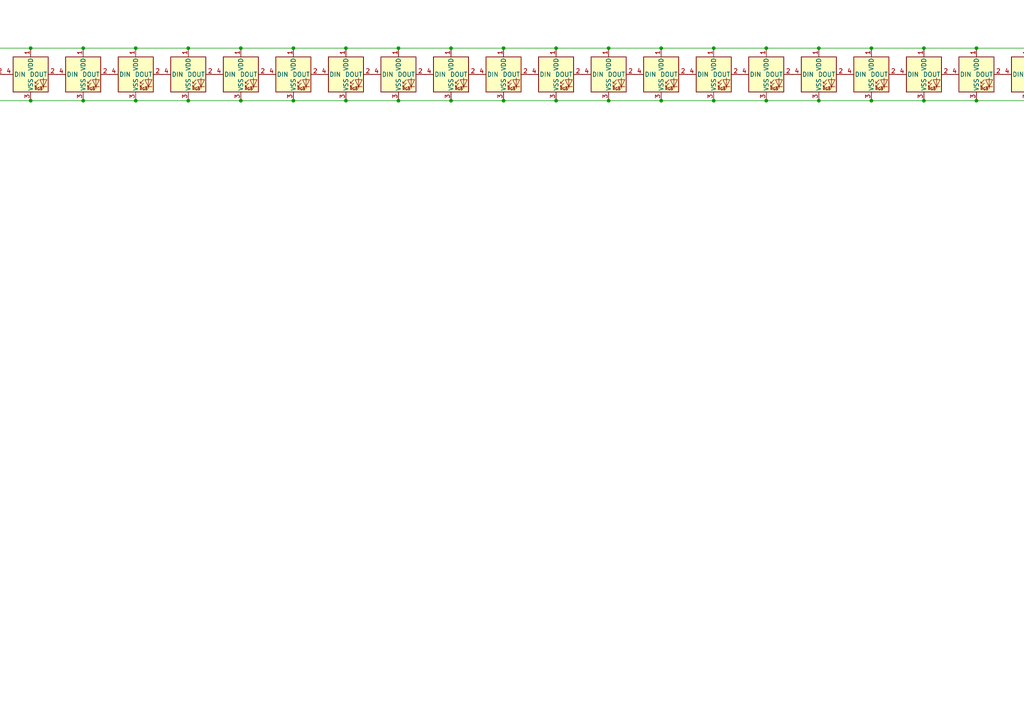
<source format=kicad_sch>
(kicad_sch (version 20231120) (generator "eeschema") (generator_version "8.0")
  (paper "A4")
  (lib_symbols
    (symbol "Connector:TestPoint" (pin_numbers hide) (pin_names (offset 0.762) hide)
      (property "Reference" "TP" (at 0 6.858 0))
      (property "Value" "TestPoint" (at 0 5.08 0))
      (symbol "TestPoint_0_1"
        (circle (center 0 3.302) (radius 0.762))
      )
      (symbol "TestPoint_1_1"
        (pin passive line (at 0 0 90) (length 2.54) (name "1") (number "1"))
      )
    )
    (symbol "Device:C" (pin_numbers hide) (pin_names (offset 0.254))
      (property "Reference" "C" (at 0.635 2.54 0))
      (property "Value" "C" (at 0.635 -2.54 0))
      (symbol "C_0_1"
        (polyline (pts (xy -2.032 -0.762) (xy 2.032 -0.762)) (stroke (width 0.508)))
        (polyline (pts (xy -2.032 0.762) (xy 2.032 0.762)) (stroke (width 0.508)))
      )
      (symbol "C_1_1"
        (pin passive line (at 0 3.81 270) (length 2.794) (name "~") (number "1"))
        (pin passive line (at 0 -3.81 90) (length 2.794) (name "~") (number "2"))
      )
    )
    (symbol "LED:WS2812B" (pin_names (offset 0.254))
      (property "Reference" "D" (at 5.08 5.715 0))
      (property "Value" "WS2812B" (at 1.27 -5.715 0))
      (symbol "WS2812B_0_0"
        (text "RGB" (at 2.286 -4.191 0) (effects (font (size 0.762 0.762))))
      )
      (symbol "WS2812B_0_1"
        (polyline (pts (xy 1.27 -3.556) (xy 1.778 -3.556)))
        (polyline (pts (xy 1.27 -2.54) (xy 1.778 -2.54)))
        (polyline (pts (xy 4.699 -3.556) (xy 2.667 -3.556)))
        (polyline (pts (xy 2.286 -2.54) (xy 1.27 -3.556) (xy 1.27 -3.048)))
        (polyline (pts (xy 2.286 -1.524) (xy 1.27 -2.54) (xy 1.27 -2.032)))
        (polyline (pts (xy 3.683 -1.016) (xy 3.683 -3.556) (xy 3.683 -4.064)))
        (polyline (pts (xy 4.699 -1.524) (xy 2.667 -1.524) (xy 3.683 -3.556) (xy 4.699 -1.524)))
        (rectangle (start 5.08 5.08) (end -5.08 -5.08) (stroke (width 0.254)) (fill (type background)))
      )
      (symbol "WS2812B_1_1"
        (pin power_in line (at 0 7.62 270) (length 2.54) (name "VDD") (number "1"))
        (pin output line (at 7.62 0 180) (length 2.54) (name "DOUT") (number "2"))
        (pin power_in line (at 0 -7.62 90) (length 2.54) (name "VSS") (number "3"))
        (pin input line (at -7.62 0 0) (length 2.54) (name "DIN") (number "4"))
      )
    )
    (symbol "power:+5V" (power) (pin_numbers hide) (pin_names (offset 0) hide)
      (property "Value" "+5V" (at 0 3.556 0))
      (symbol "+5V_0_1"
        (polyline (pts (xy -0.762 1.27) (xy 0 2.54)))
        (polyline (pts (xy 0 0) (xy 0 2.54)))
        (polyline (pts (xy 0 2.54) (xy 0.762 1.27)))
      )
      (symbol "+5V_1_1"
        (pin power_in line (at 0 0 90) (length 0) (name "~") (number "1"))
      )
    )
    (symbol "power:GND" (power) (pin_numbers hide) (pin_names (offset 0) hide)
      (property "Value" "GND" (at 0 -3.81 0))
      (symbol "GND_0_1"
        (polyline (pts (xy 0 0) (xy 0 -1.27) (xy 1.27 -1.27) (xy 0 -2.54) (xy -1.27 -1.27) (xy 0 -1.27)))
      )
      (symbol "GND_1_1"
        (pin power_in line (at 0 0 270) (length 0) (name "~") (number "1"))
      )
    )
  )
  (junction (at -52.07 29.21))
  (junction (at 191.77 13.97))
  (junction (at 267.97 13.97))
  (junction (at 100.33 13.97))
  (junction (at -318.77 13.97))
  (junction (at 8.89 13.97))
  (junction (at 283.21 13.97))
  (junction (at -6.35 13.97))
  (junction (at -204.47 29.21))
  (junction (at 405.13 29.21))
  (junction (at 542.29 29.21))
  (junction (at 130.81 29.21))
  (junction (at 374.65 13.97))
  (junction (at -67.31 29.21))
  (junction (at 176.53 29.21))
  (junction (at 420.37 29.21))
  (junction (at -280.67 13.97))
  (junction (at -36.83 29.21))
  (junction (at -173.99 13.97))
  (junction (at 207.01 29.21))
  (junction (at 344.17 29.21))
  (junction (at 344.17 13.97))
  (junction (at -82.55 29.21))
  (junction (at 85.09 13.97))
  (junction (at -143.51 29.21))
  (junction (at -158.75 13.97))
  (junction (at -158.75 29.21))
  (junction (at 588.01 29.21))
  (junction (at 146.05 29.21))
  (junction (at 69.85 13.97))
  (junction (at 313.69 29.21))
  (junction (at 24.13 29.21))
  (junction (at 328.93 29.21))
  (junction (at -234.95 13.97))
  (junction (at 359.41 29.21))
  (junction (at -313.69 29.21))
  (junction (at -219.71 13.97))
  (junction (at -295.91 29.21))
  (junction (at -67.31 13.97))
  (junction (at 633.73 29.21))
  (junction (at 466.09 29.21))
  (junction (at 176.53 13.97))
  (junction (at 161.29 29.21))
  (junction (at 648.97 13.97))
  (junction (at -280.67 29.21))
  (junction (at -21.59 29.21))
  (junction (at 115.57 13.97))
  (junction (at 252.73 29.21))
  (junction (at -36.83 13.97))
  (junction (at 511.81 13.97))
  (junction (at 207.01 13.97))
  (junction (at -265.43 13.97))
  (junction (at 222.25 29.21))
  (junction (at -128.27 13.97))
  (junction (at -97.79 13.97))
  (junction (at -318.7968 29.21))
  (junction (at 496.57 29.21))
  (junction (at 527.05 13.97))
  (junction (at 435.61 29.21))
  (junction (at 54.61 13.97))
  (junction (at 252.73 13.97))
  (junction (at 633.73 13.97))
  (junction (at 8.89 29.21))
  (junction (at 481.33 29.21))
  (junction (at 161.29 13.97))
  (junction (at 267.97 29.21))
  (junction (at 39.37 13.97))
  (junction (at 283.21 29.21))
  (junction (at 648.97 29.21))
  (junction (at -250.19 13.97))
  (junction (at 313.69 13.97))
  (junction (at 237.49 29.21))
  (junction (at -113.03 29.21))
  (junction (at 85.09 29.21))
  (junction (at -189.23 29.21))
  (junction (at -52.07 13.97))
  (junction (at -6.35 29.21))
  (junction (at 39.37 29.21))
  (junction (at 618.49 29.21))
  (junction (at -322.58 29.21))
  (junction (at -234.95 29.21))
  (junction (at -21.59 13.97))
  (junction (at 603.25 29.21))
  (junction (at -295.91 13.97))
  (junction (at 100.33 29.21))
  (junction (at 466.09 13.97))
  (junction (at 146.05 13.97))
  (junction (at 130.81 13.97))
  (junction (at 420.37 13.97))
  (junction (at -311.15 13.97))
  (junction (at 542.29 13.97))
  (junction (at -219.71 29.21))
  (junction (at -316.23 13.97))
  (junction (at 450.85 29.21))
  (junction (at -113.03 13.97))
  (junction (at 527.05 29.21))
  (junction (at -173.99 29.21))
  (junction (at -265.43 29.21))
  (junction (at 54.61 29.21))
  (junction (at 24.13 13.97))
  (junction (at 191.77 29.21))
  (junction (at 389.89 29.21))
  (junction (at 481.33 13.97))
  (junction (at 374.65 29.21))
  (junction (at -128.27 29.21))
  (junction (at -97.79 29.21))
  (junction (at 298.45 13.97))
  (junction (at -311.15 29.21))
  (junction (at 511.81 29.21))
  (junction (at 450.85 13.97))
  (junction (at -204.47 13.97))
  (junction (at -189.23 13.97))
  (junction (at 222.25 13.97))
  (junction (at 572.77 13.97))
  (junction (at 435.61 13.97))
  (junction (at 69.85 29.21))
  (junction (at 389.89 13.97))
  (junction (at -143.51 13.97))
  (junction (at 115.57 29.21))
  (junction (at 405.13 13.97))
  (junction (at 359.41 13.97))
  (junction (at -82.55 13.97))
  (junction (at 572.77 29.21))
  (junction (at 557.53 13.97))
  (junction (at 496.57 13.97))
  (junction (at 328.93 13.97))
  (junction (at 603.25 13.97))
  (junction (at 298.45 29.21))
  (junction (at 588.01 13.97))
  (junction (at 618.49 13.97))
  (junction (at 557.53 29.21))
  (junction (at -250.19 29.21))
  (junction (at 237.49 13.97))
  (wire (pts (xy -52.07 13.97) (xy -36.83 13.97)))
  (wire (pts (xy -265.43 13.97) (xy -250.19 13.97)))
  (wire (pts (xy 191.77 29.21) (xy 207.01 29.21)))
  (wire (pts (xy -143.51 13.97) (xy -128.27 13.97)))
  (wire (pts (xy 222.25 13.97) (xy 237.49 13.97)))
  (wire (pts (xy 344.17 13.97) (xy 359.41 13.97)))
  (wire (pts (xy 8.89 13.97) (xy 24.13 13.97)))
  (wire (pts (xy 527.05 13.97) (xy 542.29 13.97)))
  (wire (pts (xy -6.35 13.97) (xy 8.89 13.97)))
  (wire (pts (xy -311.15 13.97) (xy -295.91 13.97)))
  (wire (pts (xy -67.31 13.97) (xy -82.55 13.97)))
  (wire (pts (xy -128.27 29.21) (xy -113.03 29.21)))
  (wire (pts (xy 283.21 13.97) (xy 298.45 13.97)))
  (wire (pts (xy -97.79 13.97) (xy -82.55 13.97)))
  (wire (pts (xy -322.58 13.97) (xy -318.77 13.97)))
  (wire (pts (xy -311.15 29.21) (xy -295.91 29.21)))
  (wire (pts (xy -82.55 29.21) (xy -97.79 29.21)))
  (wire (pts (xy -21.59 13.97) (xy -6.35 13.97)))
  (wire (pts (xy 130.81 29.21) (xy 146.05 29.21)))
  (wire (pts (xy -189.23 29.21) (xy -204.47 29.21)))
  (wire (pts (xy -322.58 29.21) (xy -318.7968 29.21)))
  (wire (pts (xy 450.85 13.97) (xy 466.09 13.97)))
  (wire (pts (xy -313.69 29.21) (xy -311.15 29.21)))
  (wire (pts (xy -325.12 29.21) (xy -322.58 29.21)))
  (wire (pts (xy 283.21 29.21) (xy 298.45 29.21)))
  (wire (pts (xy 481.33 29.21) (xy 496.57 29.21)))
  (wire (pts (xy -143.51 29.21) (xy -128.27 29.21)))
  (wire (pts (xy 24.13 13.97) (xy 39.37 13.97)))
  (wire (pts (xy -67.31 13.97) (xy -52.07 13.97)))
  (wire (pts (xy -250.19 13.97) (xy -234.95 13.97)))
  (wire (pts (xy 527.05 29.21) (xy 542.29 29.21)))
  (wire (pts (xy 24.13 29.21) (xy 39.37 29.21)))
  (wire (pts (xy 130.81 13.97) (xy 146.05 13.97)))
  (wire (pts (xy -36.83 29.21) (xy -52.07 29.21)))
  (wire (pts (xy 100.33 29.21) (xy 85.09 29.21)))
  (wire (pts (xy -265.43 29.21) (xy -250.19 29.21)))
  (wire (pts (xy -318.77 13.97) (xy -316.23 13.97)))
  (wire (pts (xy 374.65 13.97) (xy 389.89 13.97)))
  (wire (pts (xy 572.77 13.97) (xy 588.01 13.97)))
  (wire (pts (xy -128.27 13.97) (xy -113.03 13.97)))
  (wire (pts (xy 588.01 13.97) (xy 603.25 13.97)))
  (wire (pts (xy 511.81 29.21) (xy 496.57 29.21)))
  (wire (pts (xy 633.73 13.97) (xy 648.97 13.97)))
  (wire (pts (xy -21.59 29.21) (xy -36.83 29.21)))
  (wire (pts (xy 557.53 29.21) (xy 542.29 29.21)))
  (wire (pts (xy -158.75 13.97) (xy -143.51 13.97)))
  (wire (pts (xy -318.7968 29.21) (xy -313.69 29.21)))
  (wire (pts (xy 69.85 29.21) (xy 85.09 29.21)))
  (wire (pts (xy 344.17 29.21) (xy 328.93 29.21)))
  (wire (pts (xy 100.33 13.97) (xy 115.57 13.97)))
  (wire (pts (xy -6.35 29.21) (xy -21.59 29.21)))
  (wire (pts (xy 328.93 13.97) (xy 344.17 13.97)))
  (wire (pts (xy -316.23 13.97) (xy -311.15 13.97)))
  (wire (pts (xy -52.07 29.21) (xy -67.31 29.21)))
  (wire (pts (xy 435.61 13.97) (xy 450.85 13.97)))
  (wire (pts (xy 267.97 13.97) (xy 283.21 13.97)))
  (wire (pts (xy 176.53 13.97) (xy 161.29 13.97)))
  (wire (pts (xy 389.89 29.21) (xy 405.13 29.21)))
  (wire (pts (xy 633.73 29.21) (xy 618.49 29.21)))
  (wire (pts (xy 511.81 29.21) (xy 527.05 29.21)))
  (wire (pts (xy -313.69 41.91) (xy -313.69 29.21)))
  (wire (pts (xy -6.35 29.21) (xy 8.89 29.21)))
  (wire (pts (xy 115.57 13.97) (xy 130.81 13.97)))
  (wire (pts (xy 466.09 29.21) (xy 481.33 29.21)))
  (wire (pts (xy 420.37 13.97) (xy 435.61 13.97)))
  (wire (pts (xy 603.25 29.21) (xy 618.49 29.21)))
  (wire (pts (xy 252.73 13.97) (xy 267.97 13.97)))
  (wire (pts (xy 542.29 13.97) (xy 557.53 13.97)))
  (wire (pts (xy 191.77 29.21) (xy 176.53 29.21)))
  (wire (pts (xy 54.61 13.97) (xy 69.85 13.97)))
  (wire (pts (xy -316.23 41.91) (xy -313.69 41.91)))
  (wire (pts (xy 389.89 13.97) (xy 405.13 13.97)))
  (wire (pts (xy 648.97 29.21) (xy 656.5632 29.21)))
  (wire (pts (xy 420.37 29.21) (xy 435.61 29.21)))
  (wire (pts (xy -173.99 13.97) (xy -158.75 13.97)))
  (wire (pts (xy 648.97 13.97) (xy 656.59 13.97)))
  (wire (pts (xy -250.19 29.21) (xy -234.95 29.21)))
  (wire (pts (xy -295.91 13.97) (xy -280.67 13.97)))
  (wire (pts (xy 207.01 29.21) (xy 222.25 29.21)))
  (wire (pts (xy -280.67 29.21) (xy -265.43 29.21)))
  (wire (pts (xy 69.85 13.97) (xy 85.09 13.97)))
  (wire (pts (xy 69.85 29.21) (xy 54.61 29.21)))
  (wire (pts (xy -234.95 29.21) (xy -219.71 29.21)))
  (wire (pts (xy 496.57 13.97) (xy 511.81 13.97)))
  (wire (pts (xy -173.99 29.21) (xy -189.23 29.21)))
  (wire (pts (xy -204.47 13.97) (xy -189.23 13.97)))
  (wire (pts (xy 420.37 13.97) (xy 405.13 13.97)))
  (wire (pts (xy -189.23 13.97) (xy -173.99 13.97)))
  (wire (pts (xy 313.69 13.97) (xy 328.93 13.97)))
  (wire (pts (xy 130.81 29.21) (xy 115.57 29.21)))
  (wire (pts (xy -219.71 29.21) (xy -204.47 29.21)))
  (wire (pts (xy 359.41 29.21) (xy 344.17 29.21)))
  (wire (pts (xy 191.77 13.97) (xy 207.01 13.97)))
  (wire (pts (xy 450.85 29.21) (xy 435.61 29.21)))
  (wire (pts (xy 420.37 29.21) (xy 405.13 29.21)))
  (wire (pts (xy 237.49 29.21) (xy 252.73 29.21)))
  (wire (pts (xy 252.73 29.21) (xy 267.97 29.21)))
  (wire (pts (xy -280.67 29.21) (xy -295.91 29.21)))
  (wire (pts (xy 588.01 29.21) (xy 603.25 29.21)))
  (wire (pts (xy 298.45 13.97) (xy 313.69 13.97)))
  (wire (pts (xy 267.97 29.21) (xy 283.21 29.21)))
  (wire (pts (xy 161.29 29.21) (xy 176.53 29.21)))
  (wire (pts (xy 85.09 13.97) (xy 100.33 13.97)))
  (wire (pts (xy 146.05 13.97) (xy 161.29 13.97)))
  (wire (pts (xy 633.73 29.21) (xy 648.97 29.21)))
  (wire (pts (xy 237.49 29.21) (xy 222.25 29.21)))
  (wire (pts (xy 557.53 13.97) (xy 572.77 13.97)))
  (wire (pts (xy 466.09 13.97) (xy 481.33 13.97)))
  (wire (pts (xy 176.53 13.97) (xy 191.77 13.97)))
  (wire (pts (xy 389.89 29.21) (xy 374.65 29.21)))
  (wire (pts (xy 511.81 13.97) (xy 527.05 13.97)))
  (wire (pts (xy 146.05 29.21) (xy 161.29 29.21)))
  (wire (pts (xy 24.13 29.21) (xy 8.89 29.21)))
  (wire (pts (xy -316.23 13.97) (xy -316.23 34.29)))
  (wire (pts (xy 359.41 13.97) (xy 374.65 13.97)))
  (wire (pts (xy 481.33 13.97) (xy 496.57 13.97)))
  (wire (pts (xy -113.03 29.21) (xy -97.79 29.21)))
  (wire (pts (xy -158.75 29.21) (xy -143.51 29.21)))
  (wire (pts (xy 450.85 29.21) (xy 466.09 29.21)))
  (wire (pts (xy -234.95 13.97) (xy -219.71 13.97)))
  (wire (pts (xy -82.55 29.21) (xy -67.31 29.21)))
  (wire (pts (xy -219.71 13.97) (xy -204.47 13.97)))
  (wire (pts (xy -173.99 29.21) (xy -158.75 29.21)))
  (wire (pts (xy 603.25 13.97) (xy 618.49 13.97)))
  (wire (pts (xy 115.57 29.21) (xy 100.33 29.21)))
  (wire (pts (xy 39.37 13.97) (xy 54.61 13.97)))
  (wire (pts (xy 618.49 13.97) (xy 633.73 13.97)))
  (wire (pts (xy 557.53 29.21) (xy 572.77 29.21)))
  (wire (pts (xy 237.49 13.97) (xy 252.73 13.97)))
  (wire (pts (xy -36.83 13.97) (xy -21.59 13.97)))
  (wire (pts (xy 374.65 29.21) (xy 359.41 29.21)))
  (wire (pts (xy 207.01 13.97) (xy 222.25 13.97)))
  (wire (pts (xy 572.77 29.21) (xy 588.01 29.21)))
  (wire (pts (xy 39.37 29.21) (xy 54.61 29.21)))
  (wire (pts (xy -280.67 13.97) (xy -265.43 13.97)))
  (wire (pts (xy -113.03 13.97) (xy -97.79 13.97)))
  (wire (pts (xy 313.69 29.21) (xy 298.45 29.21)))
  (wire (pts (xy 313.69 29.21) (xy 328.93 29.21)))
  (symbol (lib_id "LED:WS2812B") (at -173.99 21.59 0) (unit 1)
    (property "Reference" "D10" (effects (hide yes)))
    (property "Value" "WS2812B" (effects (hide yes)))
    (property "Footprint" "LED_SMD:LED_WS2812B_PLCC4_5.0x5.0mm_P3.2mm" (effects (hide yes)))
    (property "Datasheet" "https://cdn-shop.adafruit.com/datasheets/WS2812B.pdf" (effects (hide yes)))
    (property "Description" "RGB LED with integrated controller" (effects (hide yes)))
  )
  (symbol (lib_id "LED:WS2812B") (at 374.65 21.59 0) (unit 1)
    (property "Reference" "D46" (effects (hide yes)))
    (property "Value" "WS2812B" (effects (hide yes)))
    (property "Footprint" "LED_SMD:LED_WS2812B_PLCC4_5.0x5.0mm_P3.2mm" (effects (hide yes)))
    (property "Datasheet" "https://cdn-shop.adafruit.com/datasheets/WS2812B.pdf" (effects (hide yes)))
    (property "Description" "RGB LED with integrated controller" (effects (hide yes)))
  )
  (symbol (lib_id "Connector:TestPoint") (at -318.7968 29.21 0) (unit 1)
    (property "Reference" "TP3" (at -316.2568 24.6379 0) (effects (justify left)))
    (property "Value" "TestPoint" (at -316.2568 27.1779 0) (effects (justify left)))
    (property "Footprint" "Pegoku:TestPoint" (effects (hide yes)))
    (property "Description" "test point" (effects (hide yes)))
  )
  (symbol (lib_id "LED:WS2812B") (at 450.85 21.59 0) (unit 1)
    (property "Reference" "D51" (effects (hide yes)))
    (property "Value" "WS2812B" (effects (hide yes)))
    (property "Footprint" "LED_SMD:LED_WS2812B_PLCC4_5.0x5.0mm_P3.2mm" (effects (hide yes)))
    (property "Datasheet" "https://cdn-shop.adafruit.com/datasheets/WS2812B.pdf" (effects (hide yes)))
    (property "Description" "RGB LED with integrated controller" (effects (hide yes)))
  )
  (symbol (lib_id "LED:WS2812B") (at 527.05 21.59 0) (unit 1)
    (property "Reference" "D56" (effects (hide yes)))
    (property "Value" "WS2812B" (effects (hide yes)))
    (property "Footprint" "LED_SMD:LED_WS2812B_PLCC4_5.0x5.0mm_P3.2mm" (effects (hide yes)))
    (property "Datasheet" "https://cdn-shop.adafruit.com/datasheets/WS2812B.pdf" (effects (hide yes)))
    (property "Description" "RGB LED with integrated controller" (effects (hide yes)))
  )
  (symbol (lib_id "LED:WS2812B") (at -311.15 21.59 0) (unit 1)
    (property "Reference" "D1" (effects (hide yes)))
    (property "Value" "WS2812B" (effects (hide yes)))
    (property "Footprint" "LED_SMD:LED_WS2812B_PLCC4_5.0x5.0mm_P3.2mm" (effects (hide yes)))
    (property "Datasheet" "https://cdn-shop.adafruit.com/datasheets/WS2812B.pdf" (effects (hide yes)))
    (property "Description" "RGB LED with integrated controller" (effects (hide yes)))
  )
  (symbol (lib_id "LED:WS2812B") (at 8.89 21.59 0) (unit 1)
    (property "Reference" "D22" (effects (hide yes)))
    (property "Value" "WS2812B" (effects (hide yes)))
    (property "Footprint" "LED_SMD:LED_WS2812B_PLCC4_5.0x5.0mm_P3.2mm" (effects (hide yes)))
    (property "Datasheet" "https://cdn-shop.adafruit.com/datasheets/WS2812B.pdf" (effects (hide yes)))
    (property "Description" "RGB LED with integrated controller" (effects (hide yes)))
  )
  (symbol (lib_id "LED:WS2812B") (at -97.79 21.59 0) (unit 1)
    (property "Reference" "D15" (effects (hide yes)))
    (property "Value" "WS2812B" (effects (hide yes)))
    (property "Footprint" "LED_SMD:LED_WS2812B_PLCC4_5.0x5.0mm_P3.2mm" (effects (hide yes)))
    (property "Datasheet" "https://cdn-shop.adafruit.com/datasheets/WS2812B.pdf" (effects (hide yes)))
    (property "Description" "RGB LED with integrated controller" (effects (hide yes)))
  )
  (symbol (lib_id "LED:WS2812B") (at 633.73 21.59 0) (unit 1)
    (property "Reference" "D63" (effects (hide yes)))
    (property "Value" "WS2812B" (effects (hide yes)))
    (property "Footprint" "LED_SMD:LED_WS2812B_PLCC4_5.0x5.0mm_P3.2mm" (effects (hide yes)))
    (property "Datasheet" "https://cdn-shop.adafruit.com/datasheets/WS2812B.pdf" (effects (hide yes)))
    (property "Description" "RGB LED with integrated controller" (effects (hide yes)))
  )
  (symbol (lib_id "LED:WS2812B") (at -52.07 21.59 0) (unit 1)
    (property "Reference" "D18" (effects (hide yes)))
    (property "Value" "WS2812B" (effects (hide yes)))
    (property "Footprint" "LED_SMD:LED_WS2812B_PLCC4_5.0x5.0mm_P3.2mm" (effects (hide yes)))
    (property "Datasheet" "https://cdn-shop.adafruit.com/datasheets/WS2812B.pdf" (effects (hide yes)))
    (property "Description" "RGB LED with integrated controller" (effects (hide yes)))
  )
  (symbol (lib_id "Connector:TestPoint") (at 656.5632 29.21 0) (unit 1)
    (property "Reference" "TP4" (effects (hide yes)))
    (property "Value" "TestPoint" (effects (hide yes)))
    (property "Footprint" "Pegoku:TestPoint" (effects (hide yes)))
    (property "Description" "test point" (effects (hide yes)))
  )
  (symbol (lib_id "LED:WS2812B") (at -280.67 21.59 0) (unit 1)
    (property "Reference" "D3" (effects (hide yes)))
    (property "Value" "WS2812B" (effects (hide yes)))
    (property "Footprint" "LED_SMD:LED_WS2812B_PLCC4_5.0x5.0mm_P3.2mm" (effects (hide yes)))
    (property "Datasheet" "https://cdn-shop.adafruit.com/datasheets/WS2812B.pdf" (effects (hide yes)))
    (property "Description" "RGB LED with integrated controller" (effects (hide yes)))
  )
  (symbol (lib_id "LED:WS2812B") (at 298.45 21.59 0) (unit 1)
    (property "Reference" "D41" (effects (hide yes)))
    (property "Value" "WS2812B" (effects (hide yes)))
    (property "Footprint" "LED_SMD:LED_WS2812B_PLCC4_5.0x5.0mm_P3.2mm" (effects (hide yes)))
    (property "Datasheet" "https://cdn-shop.adafruit.com/datasheets/WS2812B.pdf" (effects (hide yes)))
    (property "Description" "RGB LED with integrated controller" (effects (hide yes)))
  )
  (symbol (lib_id "LED:WS2812B") (at -234.95 21.59 0) (unit 1)
    (property "Reference" "D6" (effects (hide yes)))
    (property "Value" "WS2812B" (effects (hide yes)))
    (property "Footprint" "LED_SMD:LED_WS2812B_PLCC4_5.0x5.0mm_P3.2mm" (effects (hide yes)))
    (property "Datasheet" "https://cdn-shop.adafruit.com/datasheets/WS2812B.pdf" (effects (hide yes)))
    (property "Description" "RGB LED with integrated controller" (effects (hide yes)))
  )
  (symbol (lib_id "LED:WS2812B") (at -113.03 21.59 0) (unit 1)
    (property "Reference" "D14" (effects (hide yes)))
    (property "Value" "WS2812B" (effects (hide yes)))
    (property "Footprint" "LED_SMD:LED_WS2812B_PLCC4_5.0x5.0mm_P3.2mm" (effects (hide yes)))
    (property "Datasheet" "https://cdn-shop.adafruit.com/datasheets/WS2812B.pdf" (effects (hide yes)))
    (property "Description" "RGB LED with integrated controller" (effects (hide yes)))
  )
  (symbol (lib_id "LED:WS2812B") (at 389.89 21.59 0) (unit 1)
    (property "Reference" "D47" (effects (hide yes)))
    (property "Value" "WS2812B" (effects (hide yes)))
    (property "Footprint" "LED_SMD:LED_WS2812B_PLCC4_5.0x5.0mm_P3.2mm" (effects (hide yes)))
    (property "Datasheet" "https://cdn-shop.adafruit.com/datasheets/WS2812B.pdf" (effects (hide yes)))
    (property "Description" "RGB LED with integrated controller" (effects (hide yes)))
  )
  (symbol (lib_id "LED:WS2812B") (at 252.73 21.59 0) (unit 1)
    (property "Reference" "D38" (effects (hide yes)))
    (property "Value" "WS2812B" (effects (hide yes)))
    (property "Footprint" "LED_SMD:LED_WS2812B_PLCC4_5.0x5.0mm_P3.2mm" (effects (hide yes)))
    (property "Datasheet" "https://cdn-shop.adafruit.com/datasheets/WS2812B.pdf" (effects (hide yes)))
    (property "Description" "RGB LED with integrated controller" (effects (hide yes)))
  )
  (symbol (lib_id "LED:WS2812B") (at -6.35 21.59 0) (unit 1)
    (property "Reference" "D21" (effects (hide yes)))
    (property "Value" "WS2812B" (effects (hide yes)))
    (property "Footprint" "LED_SMD:LED_WS2812B_PLCC4_5.0x5.0mm_P3.2mm" (effects (hide yes)))
    (property "Datasheet" "https://cdn-shop.adafruit.com/datasheets/WS2812B.pdf" (effects (hide yes)))
    (property "Description" "RGB LED with integrated controller" (effects (hide yes)))
  )
  (symbol (lib_id "LED:WS2812B") (at -82.55 21.59 0) (unit 1)
    (property "Reference" "D16" (effects (hide yes)))
    (property "Value" "WS2812B" (effects (hide yes)))
    (property "Footprint" "LED_SMD:LED_WS2812B_PLCC4_5.0x5.0mm_P3.2mm" (effects (hide yes)))
    (property "Datasheet" "https://cdn-shop.adafruit.com/datasheets/WS2812B.pdf" (effects (hide yes)))
    (property "Description" "RGB LED with integrated controller" (effects (hide yes)))
  )
  (symbol (lib_id "LED:WS2812B") (at -21.59 21.59 0) (unit 1)
    (property "Reference" "D20" (effects (hide yes)))
    (property "Value" "WS2812B" (effects (hide yes)))
    (property "Footprint" "LED_SMD:LED_WS2812B_PLCC4_5.0x5.0mm_P3.2mm" (effects (hide yes)))
    (property "Datasheet" "https://cdn-shop.adafruit.com/datasheets/WS2812B.pdf" (effects (hide yes)))
    (property "Description" "RGB LED with integrated controller" (effects (hide yes)))
  )
  (symbol (lib_id "LED:WS2812B") (at 359.41 21.59 0) (unit 1)
    (property "Reference" "D45" (effects (hide yes)))
    (property "Value" "WS2812B" (effects (hide yes)))
    (property "Footprint" "LED_SMD:LED_WS2812B_PLCC4_5.0x5.0mm_P3.2mm" (effects (hide yes)))
    (property "Datasheet" "https://cdn-shop.adafruit.com/datasheets/WS2812B.pdf" (effects (hide yes)))
    (property "Description" "RGB LED with integrated controller" (effects (hide yes)))
  )
  (symbol (lib_id "LED:WS2812B") (at 176.53 21.59 0) (unit 1)
    (property "Reference" "D33" (effects (hide yes)))
    (property "Value" "WS2812B" (effects (hide yes)))
    (property "Footprint" "LED_SMD:LED_WS2812B_PLCC4_5.0x5.0mm_P3.2mm" (effects (hide yes)))
    (property "Datasheet" "https://cdn-shop.adafruit.com/datasheets/WS2812B.pdf" (effects (hide yes)))
    (property "Description" "RGB LED with integrated controller" (effects (hide yes)))
  )
  (symbol (lib_id "LED:WS2812B") (at 85.09 21.59 0) (unit 1)
    (property "Reference" "D27" (effects (hide yes)))
    (property "Value" "WS2812B" (effects (hide yes)))
    (property "Footprint" "LED_SMD:LED_WS2812B_PLCC4_5.0x5.0mm_P3.2mm" (effects (hide yes)))
    (property "Datasheet" "https://cdn-shop.adafruit.com/datasheets/WS2812B.pdf" (effects (hide yes)))
    (property "Description" "RGB LED with integrated controller" (effects (hide yes)))
  )
  (symbol (lib_id "LED:WS2812B") (at 435.61 21.59 0) (unit 1)
    (property "Reference" "D50" (effects (hide yes)))
    (property "Value" "WS2812B" (effects (hide yes)))
    (property "Footprint" "LED_SMD:LED_WS2812B_PLCC4_5.0x5.0mm_P3.2mm" (effects (hide yes)))
    (property "Datasheet" "https://cdn-shop.adafruit.com/datasheets/WS2812B.pdf" (effects (hide yes)))
    (property "Description" "RGB LED with integrated controller" (effects (hide yes)))
  )
  (symbol (lib_id "LED:WS2812B") (at 130.81 21.59 0) (unit 1)
    (property "Reference" "D30" (effects (hide yes)))
    (property "Value" "WS2812B" (effects (hide yes)))
    (property "Footprint" "LED_SMD:LED_WS2812B_PLCC4_5.0x5.0mm_P3.2mm" (effects (hide yes)))
    (property "Datasheet" "https://cdn-shop.adafruit.com/datasheets/WS2812B.pdf" (effects (hide yes)))
    (property "Description" "RGB LED with integrated controller" (effects (hide yes)))
  )
  (symbol (lib_id "Connector:TestPoint") (at 656.59 21.59 0) (unit 1)
    (property "Reference" "TP6" (effects (hide yes)))
    (property "Value" "TestPoint" (effects (hide yes)))
    (property "Footprint" "Pegoku:TestPoint" (effects (hide yes)))
    (property "Description" "test point" (effects (hide yes)))
  )
  (symbol (lib_id "LED:WS2812B") (at 466.09 21.59 0) (unit 1)
    (property "Reference" "D52" (effects (hide yes)))
    (property "Value" "WS2812B" (effects (hide yes)))
    (property "Footprint" "LED_SMD:LED_WS2812B_PLCC4_5.0x5.0mm_P3.2mm" (effects (hide yes)))
    (property "Datasheet" "https://cdn-shop.adafruit.com/datasheets/WS2812B.pdf" (effects (hide yes)))
    (property "Description" "RGB LED with integrated controller" (effects (hide yes)))
  )
  (symbol (lib_id "LED:WS2812B") (at 557.53 21.59 0) (unit 1)
    (property "Reference" "D58" (effects (hide yes)))
    (property "Value" "WS2812B" (effects (hide yes)))
    (property "Footprint" "LED_SMD:LED_WS2812B_PLCC4_5.0x5.0mm_P3.2mm" (effects (hide yes)))
    (property "Datasheet" "https://cdn-shop.adafruit.com/datasheets/WS2812B.pdf" (effects (hide yes)))
    (property "Description" "RGB LED with integrated controller" (effects (hide yes)))
  )
  (symbol (lib_id "LED:WS2812B") (at 24.13 21.59 0) (unit 1)
    (property "Reference" "D23" (effects (hide yes)))
    (property "Value" "WS2812B" (effects (hide yes)))
    (property "Footprint" "LED_SMD:LED_WS2812B_PLCC4_5.0x5.0mm_P3.2mm" (effects (hide yes)))
    (property "Datasheet" "https://cdn-shop.adafruit.com/datasheets/WS2812B.pdf" (effects (hide yes)))
    (property "Description" "RGB LED with integrated controller" (effects (hide yes)))
  )
  (symbol (lib_id "LED:WS2812B") (at 39.37 21.59 0) (unit 1)
    (property "Reference" "D24" (effects (hide yes)))
    (property "Value" "WS2812B" (effects (hide yes)))
    (property "Footprint" "LED_SMD:LED_WS2812B_PLCC4_5.0x5.0mm_P3.2mm" (effects (hide yes)))
    (property "Datasheet" "https://cdn-shop.adafruit.com/datasheets/WS2812B.pdf" (effects (hide yes)))
    (property "Description" "RGB LED with integrated controller" (effects (hide yes)))
  )
  (symbol (lib_id "Connector:TestPoint") (at -318.77 21.59 0) (unit 1)
    (property "Reference" "TP1" (at -316.23 17.0179 0) (effects (justify left)))
    (property "Value" "TestPoint" (at -316.23 19.5579 0) (effects (justify left)))
    (property "Footprint" "Pegoku:TestPoint" (effects (hide yes)))
    (property "Description" "test point" (effects (hide yes)))
  )
  (symbol (lib_id "LED:WS2812B") (at 603.25 21.59 0) (unit 1)
    (property "Reference" "D61" (effects (hide yes)))
    (property "Value" "WS2812B" (effects (hide yes)))
    (property "Footprint" "LED_SMD:LED_WS2812B_PLCC4_5.0x5.0mm_P3.2mm" (effects (hide yes)))
    (property "Datasheet" "https://cdn-shop.adafruit.com/datasheets/WS2812B.pdf" (effects (hide yes)))
    (property "Description" "RGB LED with integrated controller" (effects (hide yes)))
  )
  (symbol (lib_id "LED:WS2812B") (at 496.57 21.59 0) (unit 1)
    (property "Reference" "D54" (effects (hide yes)))
    (property "Value" "WS2812B" (effects (hide yes)))
    (property "Footprint" "LED_SMD:LED_WS2812B_PLCC4_5.0x5.0mm_P3.2mm" (effects (hide yes)))
    (property "Datasheet" "https://cdn-shop.adafruit.com/datasheets/WS2812B.pdf" (effects (hide yes)))
    (property "Description" "RGB LED with integrated controller" (effects (hide yes)))
  )
  (symbol (lib_id "LED:WS2812B") (at -204.47 21.59 0) (unit 1)
    (property "Reference" "D8" (effects (hide yes)))
    (property "Value" "WS2812B" (effects (hide yes)))
    (property "Footprint" "LED_SMD:LED_WS2812B_PLCC4_5.0x5.0mm_P3.2mm" (effects (hide yes)))
    (property "Datasheet" "https://cdn-shop.adafruit.com/datasheets/WS2812B.pdf" (effects (hide yes)))
    (property "Description" "RGB LED with integrated controller" (effects (hide yes)))
  )
  (symbol (lib_id "LED:WS2812B") (at 572.77 21.59 0) (unit 1)
    (property "Reference" "D59" (effects (hide yes)))
    (property "Value" "WS2812B" (effects (hide yes)))
    (property "Footprint" "LED_SMD:LED_WS2812B_PLCC4_5.0x5.0mm_P3.2mm" (effects (hide yes)))
    (property "Datasheet" "https://cdn-shop.adafruit.com/datasheets/WS2812B.pdf" (effects (hide yes)))
    (property "Description" "RGB LED with integrated controller" (effects (hide yes)))
  )
  (symbol (lib_id "LED:WS2812B") (at 115.57 21.59 0) (unit 1)
    (property "Reference" "D29" (effects (hide yes)))
    (property "Value" "WS2812B" (effects (hide yes)))
    (property "Footprint" "LED_SMD:LED_WS2812B_PLCC4_5.0x5.0mm_P3.2mm" (effects (hide yes)))
    (property "Datasheet" "https://cdn-shop.adafruit.com/datasheets/WS2812B.pdf" (effects (hide yes)))
    (property "Description" "RGB LED with integrated controller" (effects (hide yes)))
  )
  (symbol (lib_id "LED:WS2812B") (at 420.37 21.59 0) (unit 1)
    (property "Reference" "D49" (effects (hide yes)))
    (property "Value" "WS2812B" (effects (hide yes)))
    (property "Footprint" "LED_SMD:LED_WS2812B_PLCC4_5.0x5.0mm_P3.2mm" (effects (hide yes)))
    (property "Datasheet" "https://cdn-shop.adafruit.com/datasheets/WS2812B.pdf" (effects (hide yes)))
    (property "Description" "RGB LED with integrated controller" (effects (hide yes)))
  )
  (symbol (lib_id "LED:WS2812B") (at -143.51 21.59 0) (unit 1)
    (property "Reference" "D12" (effects (hide yes)))
    (property "Value" "WS2812B" (effects (hide yes)))
    (property "Footprint" "LED_SMD:LED_WS2812B_PLCC4_5.0x5.0mm_P3.2mm" (effects (hide yes)))
    (property "Datasheet" "https://cdn-shop.adafruit.com/datasheets/WS2812B.pdf" (effects (hide yes)))
    (property "Description" "RGB LED with integrated controller" (effects (hide yes)))
  )
  (symbol (lib_id "LED:WS2812B") (at -36.83 21.59 0) (unit 1)
    (property "Reference" "D19" (effects (hide yes)))
    (property "Value" "WS2812B" (effects (hide yes)))
    (property "Footprint" "LED_SMD:LED_WS2812B_PLCC4_5.0x5.0mm_P3.2mm" (effects (hide yes)))
    (property "Datasheet" "https://cdn-shop.adafruit.com/datasheets/WS2812B.pdf" (effects (hide yes)))
    (property "Description" "RGB LED with integrated controller" (effects (hide yes)))
  )
  (symbol (lib_id "LED:WS2812B") (at -128.27 21.59 0) (unit 1)
    (property "Reference" "D13" (effects (hide yes)))
    (property "Value" "WS2812B" (effects (hide yes)))
    (property "Footprint" "LED_SMD:LED_WS2812B_PLCC4_5.0x5.0mm_P3.2mm" (effects (hide yes)))
    (property "Datasheet" "https://cdn-shop.adafruit.com/datasheets/WS2812B.pdf" (effects (hide yes)))
    (property "Description" "RGB LED with integrated controller" (effects (hide yes)))
  )
  (symbol (lib_id "LED:WS2812B") (at 648.97 21.59 0) (unit 1)
    (property "Reference" "D64" (effects (hide yes)))
    (property "Value" "WS2812B" (effects (hide yes)))
    (property "Footprint" "LED_SMD:LED_WS2812B_PLCC4_5.0x5.0mm_P3.2mm" (effects (hide yes)))
    (property "Datasheet" "https://cdn-shop.adafruit.com/datasheets/WS2812B.pdf" (effects (hide yes)))
    (property "Description" "RGB LED with integrated controller" (effects (hide yes)))
  )
  (symbol (lib_id "LED:WS2812B") (at -67.31 21.59 0) (unit 1)
    (property "Reference" "D17" (effects (hide yes)))
    (property "Value" "WS2812B" (effects (hide yes)))
    (property "Footprint" "LED_SMD:LED_WS2812B_PLCC4_5.0x5.0mm_P3.2mm" (effects (hide yes)))
    (property "Datasheet" "https://cdn-shop.adafruit.com/datasheets/WS2812B.pdf" (effects (hide yes)))
    (property "Description" "RGB LED with integrated controller" (effects (hide yes)))
  )
  (symbol (lib_id "Connector:TestPoint") (at -318.77 13.97 0) (unit 1)
    (property "Reference" "TP2" (at -316.23 9.3979 0) (effects (justify left)))
    (property "Value" "TestPoint" (at -316.23 11.9379 0) (effects (justify left)))
    (property "Footprint" "Pegoku:TestPoint" (effects (hide yes)))
    (property "Description" "test point" (effects (hide yes)))
  )
  (symbol (lib_id "LED:WS2812B") (at -189.23 21.59 0) (unit 1)
    (property "Reference" "D9" (effects (hide yes)))
    (property "Value" "WS2812B" (effects (hide yes)))
    (property "Footprint" "LED_SMD:LED_WS2812B_PLCC4_5.0x5.0mm_P3.2mm" (effects (hide yes)))
    (property "Datasheet" "https://cdn-shop.adafruit.com/datasheets/WS2812B.pdf" (effects (hide yes)))
    (property "Description" "RGB LED with integrated controller" (effects (hide yes)))
  )
  (symbol (lib_id "LED:WS2812B") (at 100.33 21.59 0) (unit 1)
    (property "Reference" "D28" (effects (hide yes)))
    (property "Value" "WS2812B" (effects (hide yes)))
    (property "Footprint" "LED_SMD:LED_WS2812B_PLCC4_5.0x5.0mm_P3.2mm" (effects (hide yes)))
    (property "Datasheet" "https://cdn-shop.adafruit.com/datasheets/WS2812B.pdf" (effects (hide yes)))
    (property "Description" "RGB LED with integrated controller" (effects (hide yes)))
  )
  (symbol (lib_id "LED:WS2812B") (at 69.85 21.59 0) (unit 1)
    (property "Reference" "D26" (effects (hide yes)))
    (property "Value" "WS2812B" (effects (hide yes)))
    (property "Footprint" "LED_SMD:LED_WS2812B_PLCC4_5.0x5.0mm_P3.2mm" (effects (hide yes)))
    (property "Datasheet" "https://cdn-shop.adafruit.com/datasheets/WS2812B.pdf" (effects (hide yes)))
    (property "Description" "RGB LED with integrated controller" (effects (hide yes)))
  )
  (symbol (lib_id "LED:WS2812B") (at 313.69 21.59 0) (unit 1)
    (property "Reference" "D42" (effects (hide yes)))
    (property "Value" "WS2812B" (effects (hide yes)))
    (property "Footprint" "LED_SMD:LED_WS2812B_PLCC4_5.0x5.0mm_P3.2mm" (effects (hide yes)))
    (property "Datasheet" "https://cdn-shop.adafruit.com/datasheets/WS2812B.pdf" (effects (hide yes)))
    (property "Description" "RGB LED with integrated controller" (effects (hide yes)))
  )
  (symbol (lib_id "LED:WS2812B") (at -250.19 21.59 0) (unit 1)
    (property "Reference" "D5" (effects (hide yes)))
    (property "Value" "WS2812B" (effects (hide yes)))
    (property "Footprint" "LED_SMD:LED_WS2812B_PLCC4_5.0x5.0mm_P3.2mm" (effects (hide yes)))
    (property "Datasheet" "https://cdn-shop.adafruit.com/datasheets/WS2812B.pdf" (effects (hide yes)))
    (property "Description" "RGB LED with integrated controller" (effects (hide yes)))
  )
  (symbol (lib_id "power:GND") (at -322.58 29.21 0) (unit 1)
    (property "Reference" "#PWR02" (effects (hide yes)))
    (property "Value" "GND" (effects (hide yes)))
    (property "Description" "Power symbol creates a global label with name \"GND\" , ground" (effects (hide yes)))
  )
  (symbol (lib_id "LED:WS2812B") (at 511.81 21.59 0) (unit 1)
    (property "Reference" "D55" (effects (hide yes)))
    (property "Value" "WS2812B" (effects (hide yes)))
    (property "Footprint" "LED_SMD:LED_WS2812B_PLCC4_5.0x5.0mm_P3.2mm" (effects (hide yes)))
    (property "Datasheet" "https://cdn-shop.adafruit.com/datasheets/WS2812B.pdf" (effects (hide yes)))
    (property "Description" "RGB LED with integrated controller" (effects (hide yes)))
  )
  (symbol (lib_id "LED:WS2812B") (at 542.29 21.59 0) (unit 1)
    (property "Reference" "D57" (effects (hide yes)))
    (property "Value" "WS2812B" (effects (hide yes)))
    (property "Footprint" "LED_SMD:LED_WS2812B_PLCC4_5.0x5.0mm_P3.2mm" (effects (hide yes)))
    (property "Datasheet" "https://cdn-shop.adafruit.com/datasheets/WS2812B.pdf" (effects (hide yes)))
    (property "Description" "RGB LED with integrated controller" (effects (hide yes)))
  )
  (symbol (lib_id "LED:WS2812B") (at 481.33 21.59 0) (unit 1)
    (property "Reference" "D53" (effects (hide yes)))
    (property "Value" "WS2812B" (effects (hide yes)))
    (property "Footprint" "LED_SMD:LED_WS2812B_PLCC4_5.0x5.0mm_P3.2mm" (effects (hide yes)))
    (property "Datasheet" "https://cdn-shop.adafruit.com/datasheets/WS2812B.pdf" (effects (hide yes)))
    (property "Description" "RGB LED with integrated controller" (effects (hide yes)))
  )
  (symbol (lib_id "LED:WS2812B") (at 146.05 21.59 0) (unit 1)
    (property "Reference" "D31" (effects (hide yes)))
    (property "Value" "WS2812B" (effects (hide yes)))
    (property "Footprint" "LED_SMD:LED_WS2812B_PLCC4_5.0x5.0mm_P3.2mm" (effects (hide yes)))
    (property "Datasheet" "https://cdn-shop.adafruit.com/datasheets/WS2812B.pdf" (effects (hide yes)))
    (property "Description" "RGB LED with integrated controller" (effects (hide yes)))
  )
  (symbol (lib_id "LED:WS2812B") (at -295.91 21.59 0) (unit 1)
    (property "Reference" "D2" (effects (hide yes)))
    (property "Value" "WS2812B" (effects (hide yes)))
    (property "Footprint" "LED_SMD:LED_WS2812B_PLCC4_5.0x5.0mm_P3.2mm" (effects (hide yes)))
    (property "Datasheet" "https://cdn-shop.adafruit.com/datasheets/WS2812B.pdf" (effects (hide yes)))
    (property "Description" "RGB LED with integrated controller" (effects (hide yes)))
  )
  (symbol (lib_id "LED:WS2812B") (at 161.29 21.59 0) (unit 1)
    (property "Reference" "D32" (effects (hide yes)))
    (property "Value" "WS2812B" (effects (hide yes)))
    (property "Footprint" "LED_SMD:LED_WS2812B_PLCC4_5.0x5.0mm_P3.2mm" (effects (hide yes)))
    (property "Datasheet" "https://cdn-shop.adafruit.com/datasheets/WS2812B.pdf" (effects (hide yes)))
    (property "Description" "RGB LED with integrated controller" (effects (hide yes)))
  )
  (symbol (lib_id "LED:WS2812B") (at -158.75 21.59 0) (unit 1)
    (property "Reference" "D11" (effects (hide yes)))
    (property "Value" "WS2812B" (effects (hide yes)))
    (property "Footprint" "LED_SMD:LED_WS2812B_PLCC4_5.0x5.0mm_P3.2mm" (effects (hide yes)))
    (property "Datasheet" "https://cdn-shop.adafruit.com/datasheets/WS2812B.pdf" (effects (hide yes)))
    (property "Description" "RGB LED with integrated controller" (effects (hide yes)))
  )
  (symbol (lib_id "LED:WS2812B") (at 283.21 21.59 0) (unit 1)
    (property "Reference" "D40" (effects (hide yes)))
    (property "Value" "WS2812B" (effects (hide yes)))
    (property "Footprint" "LED_SMD:LED_WS2812B_PLCC4_5.0x5.0mm_P3.2mm" (effects (hide yes)))
    (property "Datasheet" "https://cdn-shop.adafruit.com/datasheets/WS2812B.pdf" (effects (hide yes)))
    (property "Description" "RGB LED with integrated controller" (effects (hide yes)))
  )
  (symbol (lib_id "LED:WS2812B") (at 191.77 21.59 0) (unit 1)
    (property "Reference" "D34" (effects (hide yes)))
    (property "Value" "WS2812B" (effects (hide yes)))
    (property "Footprint" "LED_SMD:LED_WS2812B_PLCC4_5.0x5.0mm_P3.2mm" (effects (hide yes)))
    (property "Datasheet" "https://cdn-shop.adafruit.com/datasheets/WS2812B.pdf" (effects (hide yes)))
    (property "Description" "RGB LED with integrated controller" (effects (hide yes)))
  )
  (symbol (lib_id "LED:WS2812B") (at 344.17 21.59 0) (unit 1)
    (property "Reference" "D44" (effects (hide yes)))
    (property "Value" "WS2812B" (effects (hide yes)))
    (property "Footprint" "LED_SMD:LED_WS2812B_PLCC4_5.0x5.0mm_P3.2mm" (effects (hide yes)))
    (property "Datasheet" "https://cdn-shop.adafruit.com/datasheets/WS2812B.pdf" (effects (hide yes)))
    (property "Description" "RGB LED with integrated controller" (effects (hide yes)))
  )
  (symbol (lib_id "Connector:TestPoint") (at 656.59 13.97 0) (unit 1)
    (property "Reference" "TP5" (effects (hide yes)))
    (property "Value" "TestPoint" (effects (hide yes)))
    (property "Footprint" "Pegoku:TestPoint" (effects (hide yes)))
    (property "Description" "test point" (effects (hide yes)))
  )
  (symbol (lib_id "LED:WS2812B") (at -219.71 21.59 0) (unit 1)
    (property "Reference" "D7" (effects (hide yes)))
    (property "Value" "WS2812B" (effects (hide yes)))
    (property "Footprint" "LED_SMD:LED_WS2812B_PLCC4_5.0x5.0mm_P3.2mm" (effects (hide yes)))
    (property "Datasheet" "https://cdn-shop.adafruit.com/datasheets/WS2812B.pdf" (effects (hide yes)))
    (property "Description" "RGB LED with integrated controller" (effects (hide yes)))
  )
  (symbol (lib_id "power:+5V") (at -322.58 13.97 0) (unit 1)
    (property "Reference" "#PWR01" (effects (hide yes)))
    (property "Value" "+5V" (at -322.58 8.89 0))
    (property "Description" "Power symbol creates a global label with name \"+5V\"" (effects (hide yes)))
  )
  (symbol (lib_id "LED:WS2812B") (at 54.61 21.59 0) (unit 1)
    (property "Reference" "D25" (effects (hide yes)))
    (property "Value" "WS2812B" (effects (hide yes)))
    (property "Footprint" "LED_SMD:LED_WS2812B_PLCC4_5.0x5.0mm_P3.2mm" (effects (hide yes)))
    (property "Datasheet" "https://cdn-shop.adafruit.com/datasheets/WS2812B.pdf" (effects (hide yes)))
    (property "Description" "RGB LED with integrated controller" (effects (hide yes)))
  )
  (symbol (lib_id "LED:WS2812B") (at 588.01 21.59 0) (unit 1)
    (property "Reference" "D60" (effects (hide yes)))
    (property "Value" "WS2812B" (effects (hide yes)))
    (property "Footprint" "LED_SMD:LED_WS2812B_PLCC4_5.0x5.0mm_P3.2mm" (effects (hide yes)))
    (property "Datasheet" "https://cdn-shop.adafruit.com/datasheets/WS2812B.pdf" (effects (hide yes)))
    (property "Description" "RGB LED with integrated controller" (effects (hide yes)))
  )
  (symbol (lib_id "LED:WS2812B") (at 328.93 21.59 0) (unit 1)
    (property "Reference" "D43" (effects (hide yes)))
    (property "Value" "WS2812B" (effects (hide yes)))
    (property "Footprint" "LED_SMD:LED_WS2812B_PLCC4_5.0x5.0mm_P3.2mm" (effects (hide yes)))
    (property "Datasheet" "https://cdn-shop.adafruit.com/datasheets/WS2812B.pdf" (effects (hide yes)))
    (property "Description" "RGB LED with integrated controller" (effects (hide yes)))
  )
  (symbol (lib_id "LED:WS2812B") (at 405.13 21.59 0) (unit 1)
    (property "Reference" "D48" (effects (hide yes)))
    (property "Value" "WS2812B" (effects (hide yes)))
    (property "Footprint" "LED_SMD:LED_WS2812B_PLCC4_5.0x5.0mm_P3.2mm" (effects (hide yes)))
    (property "Datasheet" "https://cdn-shop.adafruit.com/datasheets/WS2812B.pdf" (effects (hide yes)))
    (property "Description" "RGB LED with integrated controller" (effects (hide yes)))
  )
  (symbol (lib_id "LED:WS2812B") (at -265.43 21.59 0) (unit 1)
    (property "Reference" "D4" (effects (hide yes)))
    (property "Value" "WS2812B" (effects (hide yes)))
    (property "Footprint" "LED_SMD:LED_WS2812B_PLCC4_5.0x5.0mm_P3.2mm" (effects (hide yes)))
    (property "Datasheet" "https://cdn-shop.adafruit.com/datasheets/WS2812B.pdf" (effects (hide yes)))
    (property "Description" "RGB LED with integrated controller" (effects (hide yes)))
  )
  (symbol (lib_id "LED:WS2812B") (at 267.97 21.59 0) (unit 1)
    (property "Reference" "D39" (effects (hide yes)))
    (property "Value" "WS2812B" (effects (hide yes)))
    (property "Footprint" "LED_SMD:LED_WS2812B_PLCC4_5.0x5.0mm_P3.2mm" (effects (hide yes)))
    (property "Datasheet" "https://cdn-shop.adafruit.com/datasheets/WS2812B.pdf" (effects (hide yes)))
    (property "Description" "RGB LED with integrated controller" (effects (hide yes)))
  )
  (symbol (lib_id "Device:C") (at -316.23 38.1 0) (unit 1)
    (property "Reference" "C1" (at -311.15 36.8299 0) (effects (justify left)))
    (property "Value" "220uF" (at -311.15 39.3699 0) (effects (justify left)))
    (property "Footprint" "Capacitor_SMD:C_1206_3216Metric" (effects (hide yes)))
    (property "Description" "Unpolarized capacitor" (effects (hide yes)))
    (property "LCSC" "C412252" (effects (hide yes)))
  )
  (symbol (lib_id "LED:WS2812B") (at 618.49 21.59 0) (unit 1)
    (property "Reference" "D62" (effects (hide yes)))
    (property "Value" "WS2812B" (effects (hide yes)))
    (property "Footprint" "LED_SMD:LED_WS2812B_PLCC4_5.0x5.0mm_P3.2mm" (effects (hide yes)))
    (property "Datasheet" "https://cdn-shop.adafruit.com/datasheets/WS2812B.pdf" (effects (hide yes)))
    (property "Description" "RGB LED with integrated controller" (effects (hide yes)))
  )
  (symbol (lib_id "LED:WS2812B") (at 237.49 21.59 0) (unit 1)
    (property "Reference" "D37" (effects (hide yes)))
    (property "Value" "WS2812B" (effects (hide yes)))
    (property "Footprint" "LED_SMD:LED_WS2812B_PLCC4_5.0x5.0mm_P3.2mm" (effects (hide yes)))
    (property "Datasheet" "https://cdn-shop.adafruit.com/datasheets/WS2812B.pdf" (effects (hide yes)))
    (property "Description" "RGB LED with integrated controller" (effects (hide yes)))
  )
  (symbol (lib_id "LED:WS2812B") (at 222.25 21.59 0) (unit 1)
    (property "Reference" "D36" (effects (hide yes)))
    (property "Value" "WS2812B" (effects (hide yes)))
    (property "Footprint" "LED_SMD:LED_WS2812B_PLCC4_5.0x5.0mm_P3.2mm" (effects (hide yes)))
    (property "Datasheet" "https://cdn-shop.adafruit.com/datasheets/WS2812B.pdf" (effects (hide yes)))
    (property "Description" "RGB LED with integrated controller" (effects (hide yes)))
  )
  (symbol (lib_id "LED:WS2812B") (at 207.01 21.59 0) (unit 1)
    (property "Reference" "D35" (effects (hide yes)))
    (property "Value" "WS2812B" (effects (hide yes)))
    (property "Footprint" "LED_SMD:LED_WS2812B_PLCC4_5.0x5.0mm_P3.2mm" (effects (hide yes)))
    (property "Datasheet" "https://cdn-shop.adafruit.com/datasheets/WS2812B.pdf" (effects (hide yes)))
    (property "Description" "RGB LED with integrated controller" (effects (hide yes)))
  )
)
</source>
